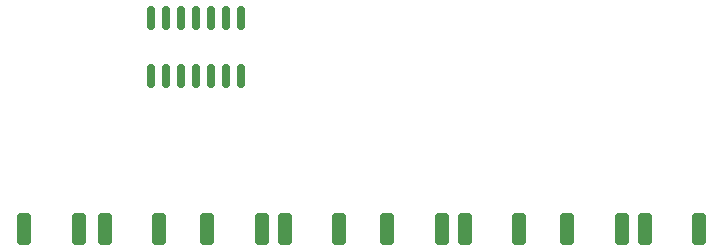
<source format=gbr>
%TF.GenerationSoftware,KiCad,Pcbnew,8.0.5*%
%TF.CreationDate,2024-10-09T02:46:16+09:00*%
%TF.ProjectId,LT,4c542e6b-6963-4616-945f-706362585858,rev?*%
%TF.SameCoordinates,Original*%
%TF.FileFunction,Paste,Top*%
%TF.FilePolarity,Positive*%
%FSLAX46Y46*%
G04 Gerber Fmt 4.6, Leading zero omitted, Abs format (unit mm)*
G04 Created by KiCad (PCBNEW 8.0.5) date 2024-10-09 02:46:16*
%MOMM*%
%LPD*%
G01*
G04 APERTURE LIST*
G04 Aperture macros list*
%AMRoundRect*
0 Rectangle with rounded corners*
0 $1 Rounding radius*
0 $2 $3 $4 $5 $6 $7 $8 $9 X,Y pos of 4 corners*
0 Add a 4 corners polygon primitive as box body*
4,1,4,$2,$3,$4,$5,$6,$7,$8,$9,$2,$3,0*
0 Add four circle primitives for the rounded corners*
1,1,$1+$1,$2,$3*
1,1,$1+$1,$4,$5*
1,1,$1+$1,$6,$7*
1,1,$1+$1,$8,$9*
0 Add four rect primitives between the rounded corners*
20,1,$1+$1,$2,$3,$4,$5,0*
20,1,$1+$1,$4,$5,$6,$7,0*
20,1,$1+$1,$6,$7,$8,$9,0*
20,1,$1+$1,$8,$9,$2,$3,0*%
G04 Aperture macros list end*
%ADD10RoundRect,0.250000X-0.362500X-1.075000X0.362500X-1.075000X0.362500X1.075000X-0.362500X1.075000X0*%
%ADD11RoundRect,0.250000X0.362500X1.075000X-0.362500X1.075000X-0.362500X-1.075000X0.362500X-1.075000X0*%
%ADD12RoundRect,0.150000X0.150000X-0.825000X0.150000X0.825000X-0.150000X0.825000X-0.150000X-0.825000X0*%
G04 APERTURE END LIST*
D10*
%TO.C,R10*%
X76907500Y-33165000D03*
X72282500Y-33165000D03*
%TD*%
D11*
%TO.C,R11*%
X50465000Y-33165000D03*
X55090000Y-33165000D03*
%TD*%
%TO.C,R1*%
X19757500Y-33165000D03*
X24382500Y-33165000D03*
%TD*%
%TO.C,R6*%
X35225000Y-33165000D03*
X39850000Y-33165000D03*
%TD*%
D10*
%TO.C,R3*%
X31187500Y-33165000D03*
X26562500Y-33165000D03*
%TD*%
%TO.C,R5*%
X46427500Y-33165000D03*
X41802500Y-33165000D03*
%TD*%
D11*
%TO.C,R12*%
X65705000Y-33165000D03*
X70330000Y-33165000D03*
%TD*%
D10*
%TO.C,R9*%
X61667500Y-33165000D03*
X57042500Y-33165000D03*
%TD*%
D12*
%TO.C,U2*%
X30480000Y-15240000D03*
X31750000Y-15240000D03*
X33020000Y-15240000D03*
X34290000Y-15240000D03*
X35560000Y-15240000D03*
X36830000Y-15240000D03*
X38100000Y-15240000D03*
X38100000Y-20190000D03*
X36830000Y-20190000D03*
X35560000Y-20190000D03*
X34290000Y-20190000D03*
X33020000Y-20190000D03*
X31750000Y-20190000D03*
X30480000Y-20190000D03*
%TD*%
M02*

</source>
